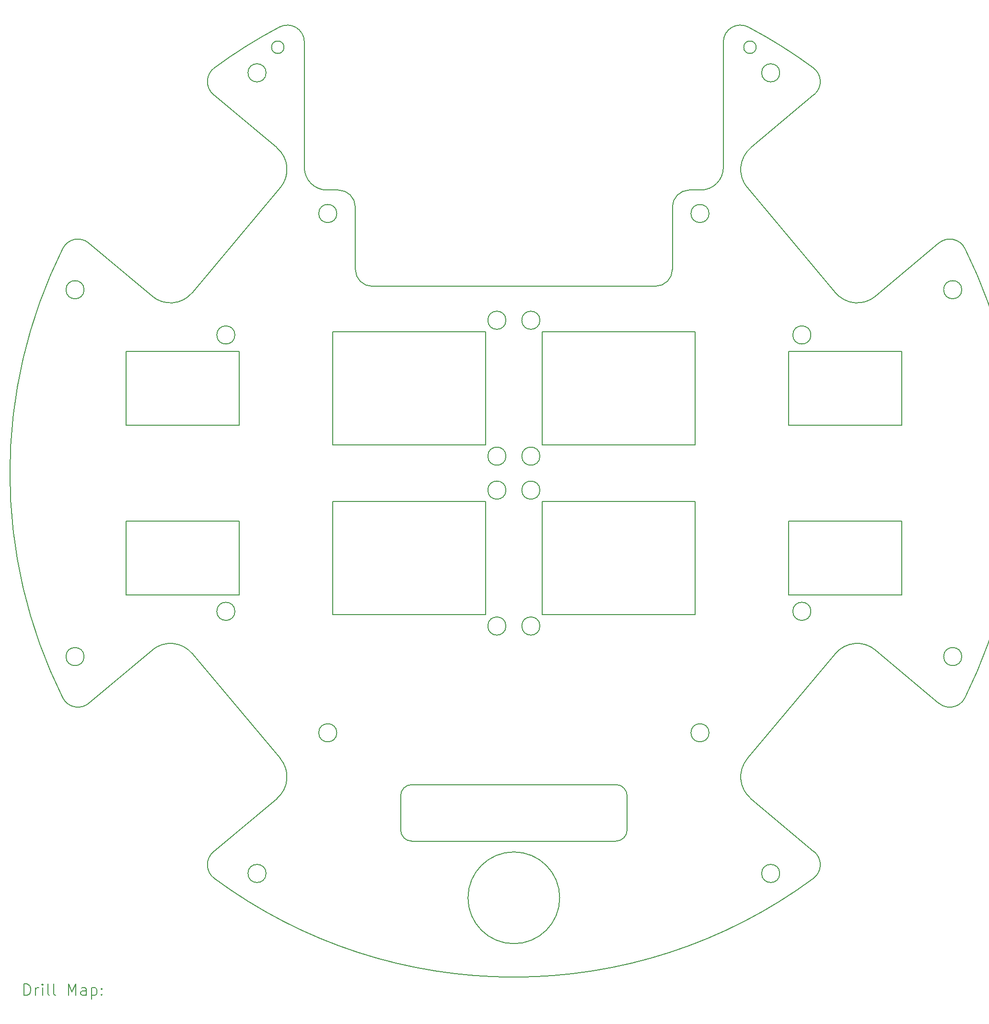
<source format=gbr>
%TF.GenerationSoftware,KiCad,Pcbnew,7.0.9*%
%TF.CreationDate,2023-12-19T12:29:03+08:00*%
%TF.ProjectId,layer2,6c617965-7232-42e6-9b69-6361645f7063,rev?*%
%TF.SameCoordinates,Original*%
%TF.FileFunction,Drillmap*%
%TF.FilePolarity,Positive*%
%FSLAX45Y45*%
G04 Gerber Fmt 4.5, Leading zero omitted, Abs format (unit mm)*
G04 Created by KiCad (PCBNEW 7.0.9) date 2023-12-19 12:29:03*
%MOMM*%
%LPD*%
G01*
G04 APERTURE LIST*
%ADD10C,0.200000*%
G04 APERTURE END LIST*
D10*
X2994466Y-6436770D02*
G75*
G03*
X2533081Y-6532859I-192838J-229807D01*
G01*
X2994465Y-14563230D02*
X4113937Y-13623881D01*
X15196211Y-17569851D02*
G75*
G03*
X15196211Y-17569851I-160000J0D01*
G01*
X5650000Y-12650000D02*
X3650000Y-12650000D01*
X14779363Y-2978270D02*
G75*
G03*
X14779363Y-2978270I-110000J0D01*
G01*
X15350000Y-11350000D02*
X17350000Y-11350000D01*
X7300000Y-11000000D02*
X10000000Y-11000000D01*
X10960000Y-10800000D02*
G75*
G03*
X10960000Y-10800000I-160000J0D01*
G01*
X7300000Y-10000000D02*
X7300000Y-8000000D01*
X6123789Y-3430149D02*
G75*
G03*
X6123789Y-3430149I-160000J0D01*
G01*
X2533084Y-14467139D02*
G75*
G03*
X2994465Y-14563230I268546J133719D01*
G01*
X15746489Y-8059499D02*
G75*
G03*
X15746489Y-8059499I-160000J0D01*
G01*
X15790311Y-3343004D02*
G75*
G03*
X14639536Y-2621279I-5290361J-7157066D01*
G01*
X8500000Y-16800000D02*
G75*
G03*
X8700000Y-17000000I200000J0D01*
G01*
X2909851Y-13739629D02*
G75*
G03*
X2909851Y-13739629I-160000J0D01*
G01*
X17350000Y-8350000D02*
X17350000Y-9650000D01*
X18410149Y-7260371D02*
G75*
G03*
X18410149Y-7260371I-160000J0D01*
G01*
X6799997Y-2886853D02*
G75*
G03*
X6360465Y-2621279I-299997J4D01*
G01*
X6800000Y-5100000D02*
G75*
G03*
X7200000Y-5500000I400000J0D01*
G01*
X5573511Y-12940501D02*
G75*
G03*
X5573511Y-12940501I-160000J0D01*
G01*
X7700000Y-6900000D02*
G75*
G03*
X8000000Y-7200000I300000J0D01*
G01*
X13000000Y-7200000D02*
G75*
G03*
X13300000Y-6900000I0J300000D01*
G01*
X16886064Y-13623880D02*
G75*
G03*
X16181647Y-13685510I-321394J-383020D01*
G01*
X13000000Y-7200000D02*
X8000000Y-7200000D01*
X6376278Y-5457829D02*
G75*
G03*
X6314649Y-4753412I-383023J321394D01*
G01*
X15350000Y-12650000D02*
X15350000Y-11350000D01*
X5195177Y-17185937D02*
G75*
G03*
X5209688Y-17656997I192833J-229813D01*
G01*
X10960000Y-7800000D02*
G75*
G03*
X10960000Y-7800000I-160000J0D01*
G01*
X7373317Y-15085425D02*
G75*
G03*
X7373317Y-15085425I-160000J0D01*
G01*
X15350000Y-9650000D02*
X15350000Y-8350000D01*
X17350000Y-9650000D02*
X15350000Y-9650000D01*
X10000000Y-8000000D02*
X10000000Y-10000000D01*
X4113937Y-7376119D02*
X2994465Y-6436770D01*
X7700000Y-5800000D02*
G75*
G03*
X7400000Y-5500000I-300000J0D01*
G01*
X3650000Y-12650000D02*
X3650000Y-11350000D01*
X8500000Y-16200000D02*
X8500000Y-16800000D01*
X13700000Y-11000000D02*
X13700000Y-13000000D01*
X7300000Y-8000000D02*
X10000000Y-8000000D01*
X15196211Y-3430149D02*
G75*
G03*
X15196211Y-3430149I-160000J0D01*
G01*
X7373317Y-5914575D02*
G75*
G03*
X7373317Y-5914575I-160000J0D01*
G01*
X16181648Y-7314489D02*
G75*
G03*
X16886063Y-7376119I383022J321389D01*
G01*
X13946683Y-5914575D02*
G75*
G03*
X13946683Y-5914575I-160000J0D01*
G01*
X10360000Y-10200000D02*
G75*
G03*
X10360000Y-10200000I-160000J0D01*
G01*
X10000000Y-10000000D02*
X7300000Y-10000000D01*
X3650000Y-9650000D02*
X3650000Y-8350000D01*
X13300000Y-5800000D02*
X13300000Y-6900000D01*
X11000000Y-13000000D02*
X11000000Y-11000000D01*
X7300000Y-13000000D02*
X7300000Y-11000000D01*
X6376278Y-5457828D02*
X4818353Y-7314490D01*
X14200000Y-2886853D02*
X14200000Y-5100000D01*
X7700000Y-6900000D02*
X7700000Y-5800000D01*
X4818353Y-13685510D02*
X6376278Y-15542172D01*
X12500000Y-16800000D02*
X12500000Y-16200000D01*
X7400000Y-5500000D02*
X7200000Y-5500000D01*
X10000000Y-11000000D02*
X10000000Y-13000000D01*
X11000000Y-10000000D02*
X11000000Y-8000000D01*
X5650000Y-9650000D02*
X3650000Y-9650000D01*
X8700000Y-17000000D02*
X12300000Y-17000000D01*
X18005533Y-14563232D02*
G75*
G03*
X18466919Y-14467140I192837J229812D01*
G01*
X10360000Y-10800000D02*
G75*
G03*
X10360000Y-10800000I-160000J0D01*
G01*
X14685351Y-4753412D02*
X15804823Y-3814064D01*
X11310000Y-18000000D02*
G75*
G03*
X11310000Y-18000000I-810000J0D01*
G01*
X10360000Y-7800000D02*
G75*
G03*
X10360000Y-7800000I-160000J0D01*
G01*
X13946683Y-15085425D02*
G75*
G03*
X13946683Y-15085425I-160000J0D01*
G01*
X15746489Y-12940501D02*
G75*
G03*
X15746489Y-12940501I-160000J0D01*
G01*
X18005535Y-6436770D02*
X16886063Y-7376119D01*
X10960000Y-13200000D02*
G75*
G03*
X10960000Y-13200000I-160000J0D01*
G01*
X13800000Y-5500000D02*
G75*
G03*
X14200000Y-5100000I0J400000D01*
G01*
X12300000Y-16000000D02*
X8700000Y-16000000D01*
X14623722Y-15542172D02*
X16181647Y-13685510D01*
X13700000Y-8000000D02*
X13700000Y-10000000D01*
X4113938Y-7376118D02*
G75*
G03*
X4818353Y-7314490I321394J383015D01*
G01*
X17350000Y-12650000D02*
X15350000Y-12650000D01*
X18466919Y-14467140D02*
G75*
G03*
X18466919Y-6532859I-7966919J3967140D01*
G01*
X2533081Y-6532859D02*
G75*
G03*
X2533081Y-14467140I7966919J-3967141D01*
G01*
X11000000Y-8000000D02*
X13700000Y-8000000D01*
X13700000Y-10000000D02*
X11000000Y-10000000D01*
X13600000Y-5500000D02*
G75*
G03*
X13300000Y-5800000I0J-300000D01*
G01*
X5650000Y-8350000D02*
X5650000Y-9650000D01*
X5650000Y-11350000D02*
X5650000Y-12650000D01*
X15790312Y-17656997D02*
G75*
G03*
X15804823Y-17185936I-178322J241247D01*
G01*
X6360465Y-2621279D02*
G75*
G03*
X5209688Y-3343003I4139525J-7878711D01*
G01*
X5195177Y-3814064D02*
X6314649Y-4753412D01*
X10960000Y-10200000D02*
G75*
G03*
X10960000Y-10200000I-160000J0D01*
G01*
X15350000Y-8350000D02*
X17350000Y-8350000D01*
X13700000Y-13000000D02*
X11000000Y-13000000D01*
X5209688Y-17656997D02*
G75*
G03*
X15790312Y-17656997I5290312J7156997D01*
G01*
X14623722Y-15542171D02*
G75*
G03*
X14685351Y-16246588I383023J-321394D01*
G01*
X2909851Y-7260371D02*
G75*
G03*
X2909851Y-7260371I-160000J0D01*
G01*
X4818352Y-13685511D02*
G75*
G03*
X4113937Y-13623881I-383022J-321389D01*
G01*
X18410149Y-13739629D02*
G75*
G03*
X18410149Y-13739629I-160000J0D01*
G01*
X12300000Y-17000000D02*
G75*
G03*
X12500000Y-16800000I0J200000D01*
G01*
X6314649Y-16246588D02*
X5195177Y-17185936D01*
X14639537Y-2621277D02*
G75*
G03*
X14200000Y-2886853I-139538J-265573D01*
G01*
X6123789Y-17569851D02*
G75*
G03*
X6123789Y-17569851I-160000J0D01*
G01*
X18466916Y-6532861D02*
G75*
G03*
X18005535Y-6436770I-268546J-133719D01*
G01*
X6440637Y-2978270D02*
G75*
G03*
X6440637Y-2978270I-110000J0D01*
G01*
X13800000Y-5500000D02*
X13600000Y-5500000D01*
X16181647Y-7314490D02*
X14623722Y-5457828D01*
X15804823Y-3814063D02*
G75*
G03*
X15790312Y-3343003I-192833J229813D01*
G01*
X6314650Y-16246588D02*
G75*
G03*
X6376278Y-15542172I-321393J383022D01*
G01*
X3650000Y-8350000D02*
X5650000Y-8350000D01*
X8700000Y-16000000D02*
G75*
G03*
X8500000Y-16200000I0J-200000D01*
G01*
X5209688Y-3343003D02*
G75*
G03*
X5195177Y-3814064I178322J-241247D01*
G01*
X10000000Y-13000000D02*
X7300000Y-13000000D01*
X3650000Y-11350000D02*
X5650000Y-11350000D01*
X17350000Y-11350000D02*
X17350000Y-12650000D01*
X12500000Y-16200000D02*
G75*
G03*
X12300000Y-16000000I-200000J0D01*
G01*
X11000000Y-11000000D02*
X13700000Y-11000000D01*
X14685350Y-4753412D02*
G75*
G03*
X14623722Y-5457828I321393J-383022D01*
G01*
X10360000Y-13200000D02*
G75*
G03*
X10360000Y-13200000I-160000J0D01*
G01*
X5573511Y-8059499D02*
G75*
G03*
X5573511Y-8059499I-160000J0D01*
G01*
X6800000Y-5100000D02*
X6800000Y-2886853D01*
X16886063Y-13623881D02*
X18005535Y-14563230D01*
X15804823Y-17185936D02*
X14685351Y-16246588D01*
X1850777Y-19721484D02*
X1850777Y-19521484D01*
X1850777Y-19521484D02*
X1898396Y-19521484D01*
X1898396Y-19521484D02*
X1926967Y-19531008D01*
X1926967Y-19531008D02*
X1946015Y-19550055D01*
X1946015Y-19550055D02*
X1955539Y-19569103D01*
X1955539Y-19569103D02*
X1965062Y-19607198D01*
X1965062Y-19607198D02*
X1965062Y-19635770D01*
X1965062Y-19635770D02*
X1955539Y-19673865D01*
X1955539Y-19673865D02*
X1946015Y-19692912D01*
X1946015Y-19692912D02*
X1926967Y-19711960D01*
X1926967Y-19711960D02*
X1898396Y-19721484D01*
X1898396Y-19721484D02*
X1850777Y-19721484D01*
X2050777Y-19721484D02*
X2050777Y-19588150D01*
X2050777Y-19626246D02*
X2060301Y-19607198D01*
X2060301Y-19607198D02*
X2069824Y-19597674D01*
X2069824Y-19597674D02*
X2088872Y-19588150D01*
X2088872Y-19588150D02*
X2107920Y-19588150D01*
X2174586Y-19721484D02*
X2174586Y-19588150D01*
X2174586Y-19521484D02*
X2165063Y-19531008D01*
X2165063Y-19531008D02*
X2174586Y-19540531D01*
X2174586Y-19540531D02*
X2184110Y-19531008D01*
X2184110Y-19531008D02*
X2174586Y-19521484D01*
X2174586Y-19521484D02*
X2174586Y-19540531D01*
X2298396Y-19721484D02*
X2279348Y-19711960D01*
X2279348Y-19711960D02*
X2269824Y-19692912D01*
X2269824Y-19692912D02*
X2269824Y-19521484D01*
X2403158Y-19721484D02*
X2384110Y-19711960D01*
X2384110Y-19711960D02*
X2374586Y-19692912D01*
X2374586Y-19692912D02*
X2374586Y-19521484D01*
X2631729Y-19721484D02*
X2631729Y-19521484D01*
X2631729Y-19521484D02*
X2698396Y-19664341D01*
X2698396Y-19664341D02*
X2765063Y-19521484D01*
X2765063Y-19521484D02*
X2765063Y-19721484D01*
X2946015Y-19721484D02*
X2946015Y-19616722D01*
X2946015Y-19616722D02*
X2936491Y-19597674D01*
X2936491Y-19597674D02*
X2917443Y-19588150D01*
X2917443Y-19588150D02*
X2879348Y-19588150D01*
X2879348Y-19588150D02*
X2860301Y-19597674D01*
X2946015Y-19711960D02*
X2926967Y-19721484D01*
X2926967Y-19721484D02*
X2879348Y-19721484D01*
X2879348Y-19721484D02*
X2860301Y-19711960D01*
X2860301Y-19711960D02*
X2850777Y-19692912D01*
X2850777Y-19692912D02*
X2850777Y-19673865D01*
X2850777Y-19673865D02*
X2860301Y-19654817D01*
X2860301Y-19654817D02*
X2879348Y-19645293D01*
X2879348Y-19645293D02*
X2926967Y-19645293D01*
X2926967Y-19645293D02*
X2946015Y-19635770D01*
X3041253Y-19588150D02*
X3041253Y-19788150D01*
X3041253Y-19597674D02*
X3060301Y-19588150D01*
X3060301Y-19588150D02*
X3098396Y-19588150D01*
X3098396Y-19588150D02*
X3117443Y-19597674D01*
X3117443Y-19597674D02*
X3126967Y-19607198D01*
X3126967Y-19607198D02*
X3136491Y-19626246D01*
X3136491Y-19626246D02*
X3136491Y-19683389D01*
X3136491Y-19683389D02*
X3126967Y-19702436D01*
X3126967Y-19702436D02*
X3117443Y-19711960D01*
X3117443Y-19711960D02*
X3098396Y-19721484D01*
X3098396Y-19721484D02*
X3060301Y-19721484D01*
X3060301Y-19721484D02*
X3041253Y-19711960D01*
X3222205Y-19702436D02*
X3231729Y-19711960D01*
X3231729Y-19711960D02*
X3222205Y-19721484D01*
X3222205Y-19721484D02*
X3212682Y-19711960D01*
X3212682Y-19711960D02*
X3222205Y-19702436D01*
X3222205Y-19702436D02*
X3222205Y-19721484D01*
X3222205Y-19597674D02*
X3231729Y-19607198D01*
X3231729Y-19607198D02*
X3222205Y-19616722D01*
X3222205Y-19616722D02*
X3212682Y-19607198D01*
X3212682Y-19607198D02*
X3222205Y-19597674D01*
X3222205Y-19597674D02*
X3222205Y-19616722D01*
M02*

</source>
